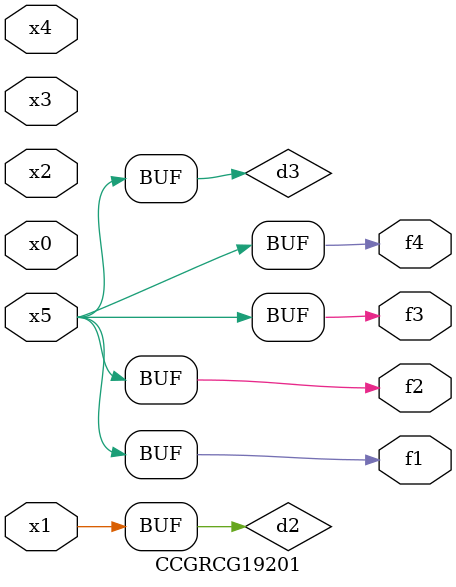
<source format=v>
module CCGRCG19201(
	input x0, x1, x2, x3, x4, x5,
	output f1, f2, f3, f4
);

	wire d1, d2, d3;

	not (d1, x5);
	or (d2, x1);
	xnor (d3, d1);
	assign f1 = d3;
	assign f2 = d3;
	assign f3 = d3;
	assign f4 = d3;
endmodule

</source>
